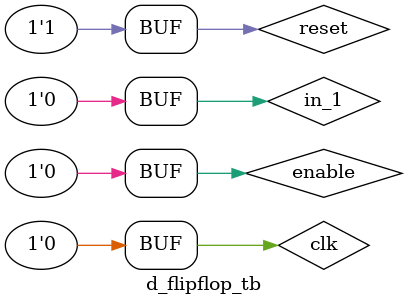
<source format=v>
module d_flipflop (
    clk,
    reset,
    in_1,
    enable,
    clear,
    out_1
);

input clk; 
input reset;
input in_1;
input enable;
input clear;
output out_1;

reg out_1;

always @(posedge clk or posedge reset)
begin
    if (reset)
        out_1 <= 1'b0;
    else if ( clear == 1'b0)
        out_1 <= 1'b0;
    else if (enable)
        out_1 <= in_1;
end
endmodule

module d_flipflop_tb;
reg clk = 0,reset,in_1,enable,clear;
wire out_1;

d_flipflop UUT(
    .clk(clk),
    .reset(reset),
    .in_1(in_1),
    .enable(enable),
    .clear(clear),
    .out_1(out_1)
);


initial begin


    $dumpfile("d_flip.vcd");
    $dumpvars(0,d_flipflop_tb);

    clk=0;enable=1;in_1=1;#10;
    clk=1;enable=0;in_1=0;#10;
    clk=0;enable=0;reset=1;#10;
end
endmodule
</source>
